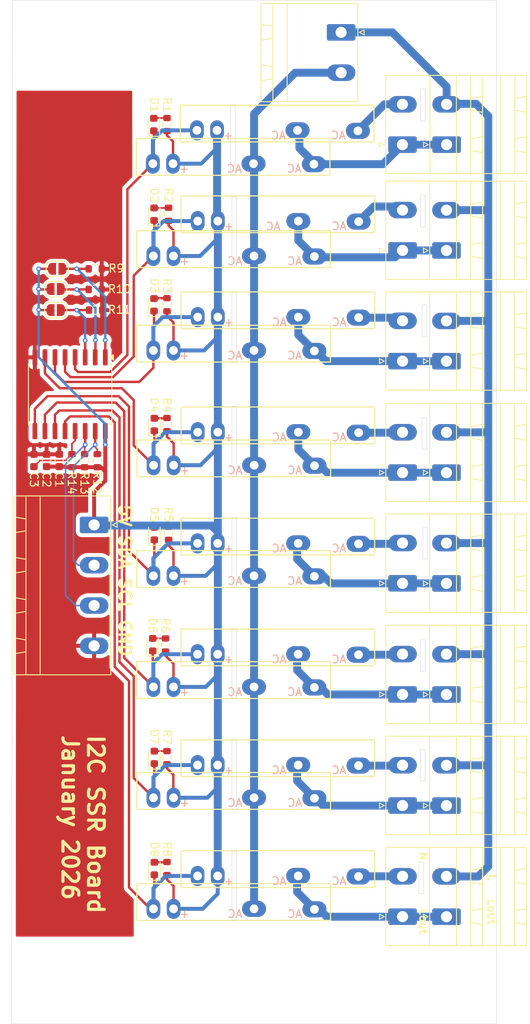
<source format=kicad_pcb>
(kicad_pcb (version 20241229) (generator "pcbnew") (generator_version "9.0")
  (layers (0 "F.Cu" signal) (2 "B.Cu" signal) (13 "F.Paste" user) (15 "B.Paste" user) (5 "F.SilkS" user "F.Silkscreen") (7 "B.SilkS" user "B.Silkscreen") (1 "F.Mask" user) (3 "B.Mask" user) (25 "Edge.Cuts" user))
  (net 0 "")
  (net 1 "Net-(J1-Pin_1)")
  (net 2 "Net-(J1-Pin_2)")
  (net 3 "A1")
  (net 4 "A2")
  (net 5 "A0")
  (net 6 "Net-(J3-Pin_1)")
  (net 7 "Net-(J3-Pin_2)")
  (net 8 "Net-(J5-Pin_2)")
  (net 9 "Net-(J5-Pin_1)")
  (net 10 "Net-(J10-Pin_1)")
  (net 11 "Net-(J7-Pin_2)")
  (net 12 "Net-(J7-Pin_1)")
  (net 13 "Net-(J9-Pin_2)")
  (net 14 "Net-(J11-Pin_1)")
  (net 15 "Net-(J11-Pin_2)")
  (net 16 "Net-(J13-Pin_2)")
  (net 17 "Lc")
  (net 18 "Gnd")
  (net 19 "Net-(D1-A)")
  (net 20 "Net-(D2-A)")
  (net 21 "Net-(D3-A)")
  (net 22 "Net-(D4-A)")
  (net 23 "Net-(D5-A)")
  (net 24 "Net-(D6-A)")
  (net 25 "Net-(D7-A)")
  (net 26 "Net-(D8-A)")
  (net 27 "5V")
  (net 28 "SDA")
  (net 29 "SCL")
  (net 30 "out1")
  (net 31 "out2")
  (net 32 "out3")
  (net 33 "out4")
  (net 34 "out5")
  (net 35 "out6")
  (net 36 "out7")
  (net 37 "out8")
  (net 38 "N")
  (net 39 "Net-(IC1-~{INT})")
  (net 40 "Net-(J13-Pin_1)")
  (net 41 "Net-(J15-Pin_2)")
  (net 42 "Net-(J15-Pin_1)")
  (footprint "Resistor_SMD:R_0603_1608Metric" (layer "F.Cu") (at 129.0104 147.4426 90)
    (property "Reference" "R8")
    (property "Value" "470" (hide yes))
  )
  (footprint "Capacitor_SMD:C_0603_1608Metric" (layer "F.Cu") (at 112.2104 96.0176 90)
    (property "Reference" "C3")
    (property "Value" "100pF" (hide yes))
  )
  (footprint "MountingHole:MountingHole_3.2mm_M3" (layer "F.Cu") (at 165.6104 161.8176)
    (property "Reference" "H4" (hide yes))
    (property "Value" "MountingHole" (hide yes))
  )
  (footprint "LED_SMD:LED_0603_1608Metric" (layer "F.Cu") (at 127.348 53.68675 90)
    (property "Reference" "D1")
    (property "Value" "LED" (hide yes))
  )
  (footprint "Library:G3MB-202P" (layer "F.Cu") (at 137.7775 152.5176 180)
    (property "Reference" "U8b1" (hide yes))
    (property "Value" "S102S02" (hide yes))
  )
  (footprint "Resistor_SMD:R_0603_1608Metric" (layer "F.Cu") (at 120.2104 96.0426 90)
    (property "Reference" "R12")
    (property "Value" "10k" (hide yes))
  )
  (footprint "Connector_Phoenix_MSTB:PhoenixContact_MSTBA_2,5_2-G-5,08_1x02_P5.08mm_Horizontal" (layer "F.Cu") (at 158.7304 56.2176 90)
    (property "Reference" "J1" (hide yes))
    (property "Value" "Conn_01x02_Pin" (hide yes))
  )
  (footprint "Library:G3MB-202P" (layer "F.Cu") (at 143.3479 148.3741 180)
    (property "Reference" "U8" (hide yes))
    (property "Value" "S102S02" (hide yes))
  )
  (footprint "Resistor_SMD:R_0603_1608Metric" (layer "F.Cu") (at 129.2104 105.1926 90)
    (property "Reference" "R5")
    (property "Value" "470" (hide yes))
  )
  (footprint "Capacitor_SMD:C_0603_1608Metric" (layer "F.Cu") (at 115.4104 96.0176 90)
    (property "Reference" "C1")
    (property "Value" "100nF" (hide yes))
  )
  (footprint "Connector_Phoenix_MSTB:PhoenixContact_MSTBA_2,5_2-G-5,08_1x02_P5.08mm_Horizontal" (layer "F.Cu") (at 164.2872 153.5106 90)
    (property "Reference" "J16" (hide yes))
    (property "Value" "Conn_01x02_Pin" (hide yes))
  )
  (footprint "Resistor_SMD:R_0603_1608Metric" (layer "F.Cu") (at 120.0004 77.0676)
    (property "Reference" "R11")
    (property "Value" "10k" (hide yes))
  )
  (footprint "Library:G3MB-202P" (layer "F.Cu") (at 137.7775 138.5176 180)
    (property "Reference" "U7b1" (hide yes))
    (property "Value" "S102S02" (hide yes))
  )
  (footprint "Library:G3MB-202P" (layer "F.Cu") (at 137.7879 96.6176 180)
    (property "Reference" "U4b1" (hide yes))
    (property "Value" "S102S02" (hide yes))
  )
  (footprint "Jumper:SolderJumper-2_P1.3mm_Open_RoundedPad1.0x1.5mm" (layer "F.Cu") (at 115.157495 71.8676 180)
    (property "Reference" "JP1" (hide yes))
    (property "Value" "SolderJumper_2_Open" (hide yes))
  )
  (footprint "Connector_Phoenix_MSTB:PhoenixContact_MSTBA_2,5_4-G-5,08_1x04_P5.08mm_Horizontal" (layer "F.Cu") (at 119.8104 104.1376 -90)
    (property "Reference" "J19" (hide yes))
    (property "Value" "Conn_01x04_Socket")
  )
  (footprint "Library:G3MB-202P" (layer "F.Cu") (at 137.7079 58.6176 180)
    (property "Reference" "U1b1" (hide yes))
    (property "Value" "S102S02" (hide yes))
  )
  (footprint "Library:G3MB-202P" (layer "F.Cu") (at 143.3479 120.4341 180)
    (property "Reference" "U6" (hide yes))
    (property "Value" "S102S02" (hide yes))
  )
  (footprint "LED_SMD:LED_0603_1608Metric" (layer "F.Cu") (at 127.3708 76.4075 90)
    (property "Reference" "D3")
    (property "Value" "LED" (hide yes))
  )
  (footprint "Connector_Phoenix_MSTB:PhoenixContact_MSTBA_2,5_2-G-5,08_1x02_P5.08mm_Horizontal" (layer "F.Cu") (at 164.2872 139.5106 90)
    (property "Reference" "J14" (hide yes))
    (property "Value" "Conn_01x02_Pin" (hide yes))
  )
  (footprint "Connector_Phoenix_MSTB:PhoenixContact_MSTBA_2,5_2-G-5,08_1x02_P5.08mm_Horizontal" (layer "F.Cu") (at 158.744545 83.5 90)
    (property "Reference" "J5" (hide yes))
    (property "Value" "Conn_01x02_Pin" (hide yes))
  )
  (footprint "Library:G3MB-202P" (layer "F.Cu") (at 143.3479 106.4641 180)
    (property "Reference" "U5" (hide yes))
    (property "Value" "S102S02" (hide yes))
  )
  (footprint "Connector_Phoenix_MSTB:PhoenixContact_MSTBA_2,5_2-G-5,08_1x02_P5.08mm_Horizontal" (layer "F.Cu") (at 164.2872 111.5106 90)
    (property "Reference" "J10" (hide yes))
    (property "Value" "Conn_01x02_Pin" (hide yes))
  )
  (footprint "Connector_Phoenix_MSTB:PhoenixContact_MSTBA_2,5_2-G-5,08_1x02_P5.08mm_Horizontal" (layer "F.Cu") (at 158.744545 97.545 90)
    (property "Reference" "J7" (hide yes))
    (property "Value" "Conn_01x02_Pin" (hide yes))
  )
  (footprint "Resistor_SMD:R_0603_1608Metric" (layer "F.Cu") (at 129.2104 64.99675 90)
    (property "Reference" "R2")
    (property "Value" "470" (hide yes))
  )
  (footprint "Connector_Phoenix_MSTB:PhoenixContact_MSTBA_2,5_2-G-5,08_1x02_P5.08mm_Horizontal" (layer "F.Cu") (at 158.744545 153.5 90)
    (property "Reference" "J15" (hide yes))
    (property "Value" "Conn_01x02_Pin" (hide yes))
  )
  (footprint "Jumper:SolderJumper-2_P1.3mm_Open_RoundedPad1.0x1.5mm" (layer "F.Cu") (at 114.9604 74.4176 180)
    (property "Reference" "JP2" (hide yes))
    (property "Value" "SolderJumper_2_Open" (hide yes))
  )
  (footprint "Connector_Phoenix_MSTB:PhoenixContact_MSTBA_2,5_2-G-5,08_1x02_P5.08mm_Horizontal" (layer "F.Cu") (at 158.744545 69.545 90)
    (property "Reference" "J3" (hide yes))
    (property "Value" "Conn_01x02_Pin" (hide yes))
  )
  (footprint "Connector_Phoenix_MSTB:PhoenixContact_MSTBA_2,5_2-G-5,08_1x02_P5.08mm_Horizontal" (layer "F.Cu") (at 164.2872 125.5106 90)
    (property "Reference" "J12" (hide yes))
    (property "Value" "Conn_01x02_Pin" (hide yes))
  )
  (footprint "Connector_Phoenix_MSTB:PhoenixContact_MSTBA_2,5_2-G-5,08_1x02_P5.08mm_Horizontal" (layer "F.Cu") (at 158.744545 139.5 90)
    (property "Reference" "J13" (hide yes))
    (property "Value" "Conn_01x02_Pin" (hide yes))
  )
  (footprint "LED_SMD:LED_0603_1608Metric" (layer "F.Cu") (at 127.2104 119.2301 90)
    (property "Reference" "D6")
    (property "Value" "LED" (hide yes))
  )
  (footprint "LED_SMD:LED_0603_1608Metric" (layer "F.Cu") (at 127.4104 105.2301 90)
    (property "Reference" "D5")
    (property "Value" "LED" (hide yes))
  )
  (footprint "Connector_Phoenix_MSTB:PhoenixContact_MSTBA_2,5_2-G-5,08_1x02_P5.08mm_Horizontal" (layer "F.Cu") (at 158.744545 111.5 90)
    (property "Reference" "J9" (hide yes))
    (property "Value" "Conn_01x02_Pin" (hide yes))
  )
  (footprint "Library:G3MB-202P" (layer "F.Cu") (at 137.7679 110.5541 180)
    (property "Reference" "U5b1" (hide yes))
    (property "Value" "S102S02" (hide yes))
  )
  (footprint "LED_SMD:LED_0603_1608Metric" (layer "F.Cu") (at 127.3816 64.98345 90)
    (property "Reference" "D2")
    (property "Value" "LED" (hide yes))
  )
  (footprint "Library:G3MB-202P" (layer "F.Cu") (at 143.3679 65.8541 180)
    (property "Reference" "U2" (hide yes))
    (property "Value" "S102S02" (hide yes))
  )
  (footprint "Connector_Phoenix_MSTB:PhoenixContact_MSTBA_2,5_2-G-5,08_1x02_P5.08mm_Horizontal" (layer "F.Cu") (at 164.2872 69.5556 90)
    (property "Reference" "J4" (hide yes))
    (property "Value" "Conn_01x02_Pin" (hide yes))
  )
  (footprint "Library:G3MB-202P" (layer "F.Cu") (at 137.7679 82.1541 180)
    (property "Reference" "U3b1" (hide yes))
    (property "Value" "S102S02" (hide yes))
  )
  (footprint "Jumper:SolderJumper-2_P1.3mm_Open_RoundedPad1.0x1.5mm" (layer "F.Cu") (at 114.9604 77.0676 180)
    (property "Reference" "JP3" (hide yes))
    (property "Value" "SolderJumper_2_Open" (hide yes))
  )
  (footprint "Resistor_SMD:R_0603_1608Metric" (layer "F.Cu") (at 119.9504 71.8676)
    (property "Reference" "R9")
    (property "Value" "10k" (hide yes))
  )
  (footprint "Resistor_SMD:R_0603_1608Metric" (layer "F.Cu") (at 118.6104 96.0426 90)
    (property "Reference" "R13")
    (property "Value" "10k" (hide yes))
  )
  (footprint "Library:G3MB-202P" (layer "F.Cu") (at 143.3679 77.9541 180)
    (property "Reference" "U3" (hide yes))
    (property "Value" "S102S02" (hide yes))
  )
  (footprint "Resistor_SMD:R_0603_1608Metric" (layer "F.Cu") (at 129.0104 53.69205 90)
    (property "Reference" "R1")
    (property "Value" "470" (hide yes))
  )
  (footprint "Library:G3MB-202P" (layer "F.Cu") (at 137.7679 124.5541 180)
    (property "Reference" "U6b1" (hide yes))
    (property "Value" "S102S02" (hide yes))
  )
  (footprint "Library:G3MB-202P" (layer "F.Cu") (at 143.2679 54.4176 180)
    (property "Reference" "U1" (hide yes))
    (property "Value" "S102S02" (hide yes))
  )
  (footprint "Resistor_SMD:R_0603_1608Metric" (layer "F.Cu") (at 129.0104 76.3926 90)
    (property "Reference" "R3")
    (property "Value" "470" (hide yes))
  )
  (footprint "MountingHole:MountingHole_3.2mm_M3" (layer "F.Cu") (at 165.6104 42.0176)
    (property "Reference" "H3" (hide yes))
    (property "Value" "MountingHole" (hide yes))
  )
  (footprint "LED_SMD:LED_0603_1608Metric" (layer "F.Cu") (at 127.4104 133.4301 90)
    (property "Reference" "D7")
    (property "Value" "LED" (hide yes))
  )
  (footprint "Library:G3MB-202P" (layer "F.Cu") (at 143.3679 92.4541 180)
    (property "Reference" "U4" (hide yes))
    (property "Value" "S102S02" (hide yes))
  )
  (footprint "Library:G3MB-202P" (layer "F.Cu") (at 143.3479 134.4041 180)
    (property "Reference" "U7" (hide yes))
    (property "Value" "S102S02" (hide yes))
  )
  (footprint "Resistor_SMD:R_0603_1608Metric" (layer "F.Cu") (at 117.0104 96.0426 90)
    (property "Reference" "R14")
    (property "Value" "10k" (hide yes))
  )
  (footprint "Resistor_SMD:R_0603_1608Metric" (layer "F.Cu") (at 119.9504 74.4676)
    (property "Reference" "R10")
    (property "Value" "10k" (hide yes))
  )
  (footprint "Resistor_SMD:R_0603_1608Metric" (layer "F.Cu") (at 129.0104 133.4676 90)
    (property "Reference" "R7")
    (property "Value" "470" (hide yes))
  )
  (footprint "MountingHole:MountingHole_3.2mm_M3" (layer "F.Cu") (at 114.3304 161.8176)
    (property "Reference" "H2" (hide yes))
    (property "Value" "MountingHole" (hide yes))
  )
  (footprint "Connector_Phoenix_MSTB:PhoenixContact_MSTBA_2,5_2-G-5,08_1x02_P5.08mm_Horizontal" (layer "F.Cu") (at 164.3104 56.2176 90)
    (property "Reference" "J2" (hide yes))
    (property "Value" "Conn_01x02_Pin" (hide yes))
  )
  (footprint "Capacitor_SMD:C_0603_1608Metric" (layer "F.Cu") (at 113.8104 96.0176 90)
    (property "Reference" "C2")
    (property "Value" "1uF" (hide yes))
  )
  (footprint "Resistor_SMD:R_0603_1608Metric" (layer "F.Cu") (at 129.0104 91.4926 90)
    (property "Reference" "R4")
    (property "Value" "470" (hide yes))
  )
  (footprint "Package_SO:SOIC-16W_7.5x10.3mm_P1.27mm" (layer "F.Cu") (at 116.7754 87.6676 -90)
    (property "Reference" "IC1" (hide yes))
    (property "Value" "PCF8574T" (hide yes))
  )
  (footprint "LED_SMD:LED_0603_1608Metric" (layer "F.Cu") (at 127.4104 91.4926 90)
    (property "Reference" "D4")
    (property "Value" "LED" (hide yes))
  )
  (footprint "MountingHole:MountingHole_3.2mm_M3" (layer "F.Cu") (at 114.3304 42.0176)
    (property "Reference" "H1" (hide yes))
    (property "Value" "MountingHole" (hide yes))
  )
  (footprint "Connector_Phoenix_MSTB:PhoenixContact_MSTBA_2,5_2-G-5,08_1x02_P5.08mm_Horizontal" (layer "F.Cu") (at 164.2872 97.5556 90)
    (property "Reference" "J8" (hide yes))
    (property "Value" "Conn_01x02_Pin" (hide yes))
  )
  (footprint "LED_SMD:LED_0603_1608Metric" (layer "F.Cu") (at 127.4104 147.4426 90)
    (property "Reference" "D8")
    (property "Value" "LED" (hide yes))
  )
  (footprint "Connector_Phoenix_MSTB:PhoenixContact_MSTBA_2,5_2-G-5,08_1x02_P5.08mm_Horizontal" (layer "F.Cu") (at 150.9879 42.0726 -90)
    (property "Reference" "J17" (hide yes))
    (property "Value" "Conn_01x02_Pin" (hide yes))
  )
  (footprint "Resistor_SMD:R_0603_1608Metric" (layer "F.Cu") (at 128.826 119.2705 90)
    (property "Reference" "R6")
    (property "Value" "470" (hide yes))
  )
  (footprint "Library:G3MB-202P" (layer "F.Cu") (at 137.7679 70.2541 180)
    (property "Reference" "U2b1" (hide yes))
    (property "Value" "S102S02" (hide yes))
  )
  (footprint "Connector_Phoenix_MSTB:PhoenixContact_MSTBA_2,5_2-G-5,08_1x02_P5.08mm_Horizontal" (layer "F.Cu") (at 164.2872 83.5106 90)
    (property "Reference" "J6" (hide yes))
    (property "Value" "Conn_01x02_Pin" (hide yes))
  )
  (footprint "Connector_Phoenix_MSTB:PhoenixContact_MSTBA_2,5_2-G-5,08_1x02_P5.08mm_Horizontal" (layer "F.Cu") (at 158.744545 125.5 90)
    (property "Reference" "J11" (hide yes))
    (property "Value" "Conn_01x02_Pin" (hide yes))
  )
  (gr_line (start 137.2104 140.0176) (end 137.2104 135.8176) (stroke (width 0.05)) (layer "Edge.Cuts"))
  (gr_line (start 137.6104 60.0176) (end 137.0104 60.0176) (stroke (width 0.05)) (layer "Edge.Cuts"))
  (gr_line (start 137.2104 79.4176) (end 137.2104 74.8176) (stroke (width 0.05)) (layer "Edge.Cuts"))
  (gr_line (start 137.8104 71.6176) (end 137.2104 71.6176) (stroke (width 0.05)) (layer "Edge.Cuts"))
  (gr_line (start 137.8104 126.0176) (end 137.2104 126.0176) (stroke (width 0.05)) (layer "Edge.Cuts"))
  (gr_line (start 137.2104 112.0176) (end 137.2104 107.8176) (stroke (width 0.05)) (layer "Edge.Cuts"))
  (gr_rect (start 161.2104 90.6176) (end 161.8104 94.6176) (stroke (width 0.05)) (fill no) (layer "Edge.Cuts"))
  (gr_line (start 137.8104 131.1991) (end 137.8104 140.0176) (stroke (width 0.05)) (layer "Edge.Cuts"))
  (gr_line (start 137.2104 103.2176) (end 137.8104 103.1991) (stroke (width 0.05)) (layer "Edge.Cuts"))
  (gr_line (start 137.2104 149.8176) (end 137.2104 145.2176) (stroke (width 0.05)) (layer "Edge.Cuts"))
  (gr_rect (start 161.0104 49.2176) (end 161.6104 53.2176) (stroke (width 0.05)) (fill no) (layer "Edge.Cuts"))
  (gr_line (start 109.5304 38.0176) (end 170.6104 38.0176) (stroke (width 0.05)) (layer "Edge.Cuts"))
  (gr_line (start 137.8104 103.1991) (end 137.8104 112.0176) (stroke (width 0.05)) (layer "Edge.Cuts"))
  (gr_line (start 137.2104 62.8176) (end 137.8104 62.7991) (stroke (width 0.05)) (layer "Edge.Cuts"))
  (gr_rect (start 161.0104 132.4176) (end 161.6104 136.4176) (stroke (width 0.05)) (fill no) (layer "Edge.Cuts"))
  (gr_rect (start 161.0104 118.6176) (end 161.6104 122.6176) (stroke (width 0.05)) (fill no) (layer "Edge.Cuts"))
  (gr_line (start 170.6104 38.0176) (end 170.6104 167.0176) (stroke (width 0.05)) (layer "Edge.Cuts"))
  (gr_line (start 137.2104 145.2176) (end 137.8104 145.2176) (stroke (width 0.05)) (layer "Edge.Cuts"))
  (gr_line (start 137.2104 83.6176) (end 137.2104 79.4176) (stroke (width 0.05)) (layer "Edge.Cuts"))
  (gr_rect (start 161.3104 104.4176) (end 161.9104 108.4176) (stroke (width 0.05)) (fill no) (layer "Edge.Cuts"))
  (gr_line (start 137.8104 112.0176) (end 137.2104 112.0176) (stroke (width 0.05)) (layer "Edge.Cuts"))
  (gr_line (start 137.2104 98.0176) (end 137.2104 93.8176) (stroke (width 0.05)) (layer "Edge.Cuts"))
  (gr_line (start 137.8104 98.0176) (end 137.2104 98.0176) (stroke (width 0.05)) (layer "Edge.Cuts"))
  (gr_line (start 137.2104 71.6176) (end 137.2104 67.4176) (stroke (width 0.05)) (layer "Edge.Cuts"))
  (gr_line (start 137.8104 140.0176) (end 137.2104 140.0176) (stroke (width 0.05)) (layer "Edge.Cuts"))
  (gr_line (start 109.4104 167.0176) (end 109.5304 38.0176) (stroke (width 0.05)) (layer "Edge.Cuts"))
  (gr_line (start 137.2104 74.8176) (end 137.8104 74.7991) (stroke (width 0.05)) (layer "Edge.Cuts"))
  (gr_line (start 137.2104 135.8176) (end 137.2104 131.2176) (stroke (width 0.05)) (layer "Edge.Cuts"))
  (gr_line (start 137.8104 83.6176) (end 137.2104 83.6176) (stroke (width 0.05)) (layer "Edge.Cuts"))
  (gr_line (start 137.8104 89.1991) (end 137.8104 98.0176) (stroke (width 0.05)) (layer "Edge.Cuts"))
  (gr_line (start 137.2104 121.8176) (end 137.2104 117.2176) (stroke (width 0.05)) (layer "Edge.Cuts"))
  (gr_line (start 137.2104 89.2176) (end 137.8104 89.1991) (stroke (width 0.05)) (layer "Edge.Cuts"))
  (gr_line (start 137.0104 55.8176) (end 137.0104 51.2176) (stroke (width 0.05)) (layer "Edge.Cuts"))
  (gr_line (start 137.0104 51.2176) (end 137.6104 51.1991) (stroke (width 0.05)) (layer "Edge.Cuts"))
  (gr_line (start 137.2104 131.2176) (end 137.8104 131.1991) (stroke (width 0.05)) (layer "Edge.Cuts"))
  (gr_line (start 137.8104 62.7991) (end 137.8104 71.6176) (stroke (width 0.05)) (layer "Edge.Cuts"))
  (gr_line (start 137.2104 67.4176) (end 137.2104 62.8176) (stroke (width 0.05)) (layer "Edge.Cuts"))
  (gr_line (start 170.6104 167.0176) (end 109.4104 167.0176) (stroke (width 0.05)) (layer "Edge.Cuts"))
  (gr_rect (start 161.2104 76.4176) (end 161.8104 80.4176) (stroke (width 0.05)) (fill no) (layer "Edge.Cuts"))
  (gr_line (start 137.2104 126.0176) (end 137.2104 121.8176) (stroke (width 0.05)) (layer "Edge.Cuts"))
  (gr_line (start 137.2104 107.8176) (end 137.2104 103.2176) (stroke (width 0.05)) (layer "Edge.Cuts"))
  (gr_line (start 137.8104 74.7991) (end 137.8104 83.6176) (stroke (width 0.05)) (layer "Edge.Cuts"))
  (gr_line (start 137.8104 145.1991) (end 137.8104 154.0176) (stroke (width 0.05)) (layer "Edge.Cuts"))
  (gr_line (start 137.0104 60.0176) (end 137.0104 55.8176) (stroke (width 0.05)) (layer "Edge.Cuts"))
  (gr_rect (start 160.8104 146.6176) (end 161.4104 150.6176) (stroke (width 0.05)) (fill no) (layer "Edge.Cuts"))
  (gr_line (start 137.2104 93.8176) (end 137.2104 89.2176) (stroke (width 0.05)) (layer "Edge.Cuts"))
  (gr_line (start 137.8104 117.1991) (end 137.8104 126.0176) (stroke (width 0.05)) (layer "Edge.Cuts"))
  (gr_line (start 137.6104 51.1991) (end 137.6104 60.0176) (stroke (width 0.05)) (layer "Edge.Cuts"))
  (gr_line (start 137.2104 117.2176) (end 137.8104 117.1991) (stroke (width 0.05)) (layer "Edge.Cuts"))
  (gr_line (start 137.8104 154.0176) (end 137.2104 154.0176) (stroke (width 0.05)) (layer "Edge.Cuts"))
  (gr_line (start 137.2104 154.0176) (end 137.2104 149.8176) (stroke (width 0.05)) (layer "Edge.Cuts"))
  (gr_rect (start 161.0104 62.6176) (end 161.6104 66.6176) (stroke (width 0.05)) (fill no) (layer "Edge.Cuts"))
  (gr_text "L   Lout" (at 169.4104 148.0176 270) (layer "F.SilkS") (effects (font (size 1 1) (thickness 0.2) (bold yes)) (justify left bottom)))
  (gr_text "I2C SSR Board\nJanuary 2026" (at 115.6104 130.4176 270) (layer "F.SilkS") (effects (font (size 2 2) (thickness 0.4) (bold yes)) (justify left bottom)))
  (gr_text "N        Lout" (at 160.8104 145.2176 270) (layer "F.SilkS") (effects (font (size 1 1) (thickness 0.2) (bold yes)) (justify left bottom)))
  (gr_text "5V SDA SCL GND" (at 122.8104 101.4176 270) (layer "F.SilkS") (effects (font (size 1.5 1.5) (thickness 0.3) (bold yes)) (justify left bottom)))
  (segment (start 147.7504 58.6811) (end 156.2669 58.6811) (width 1) (layer "B.Cu") (net 1))
  (segment (start 145.7304 56.6611) (end 147.7504 58.6811) (width 1) (layer "B.Cu") (net 1))
  (segment (start 158.7304 56.2176) (end 164.4104 56.2176) (width 1) (layer "B.Cu") (net 1))
  (segment (start 145.7304 54.4176) (end 145.7304 56.6611) (width 1) (layer "B.Cu") (net 1))
  (segment (start 156.2669 58.6811) (end 158.7304 56.2176) (width 1) (layer "B.Cu") (net 1))
  (segment (start 156.4539 51.1376) (end 158.7304 51.1376) (width 1) (layer "B.Cu") (net 2))
  (segment (start 153.1104 54.4811) (end 156.4539 51.1376) (width 1) (layer "B.Cu") (net 2))
  (segment (start 119.9754 80.8676) (end 119.9754 82.9926) (width 0.3) (layer "F.Cu") (net 3))
  (segment (start 115.807495 74.4676) (end 119.1254 74.4676) (width 0.3) (layer "F.Cu") (net 3))
  (segment (start 119.9754 82.9926) (end 119.9504 83.0176) (width 0.3) (layer "F.Cu") (net 3))
  (via (at 119.9754 80.8676) (size 0.6) (drill 0.3) (layers "F.Cu" "B.Cu") (net 3))
  (via (at 117.607495 74.4676) (size 0.6) (drill 0.3) (layers "F.Cu" "B.Cu") (net 3))
  (segment (start 117.6604 74.4676) (end 119.9754 76.7826) (width 0.3) (layer "B.Cu") (net 3))
  (segment (start 117.607495 74.4676) (end 117.6604 74.4676) (width 0.3) (layer "B.Cu") (net 3))
  (segment (start 119.9754 76.7826) (end 119.9754 80.8676) (width 0.3) (layer "B.Cu") (net 3))
  (segment (start 117.6104 77.0676) (end 119.1754 77.0676) (width 0.3) (layer "F.Cu") (net 4))
  (segment (start 118.6804 83.0176) (end 118.6804 80.8876) (width 0.3) (layer "F.Cu") (net 4))
  (segment (start 115.807495 77.0676) (end 117.6104 77.0676) (width 0.3) (layer "F.Cu") (net 4))
  (via (at 118.6804 80.8876) (size 0.6) (drill 0.3) (layers "F.Cu" "B.Cu") (net 4))
  (via (at 117.6104 77.0676) (size 0.6) (drill 0.3) (layers "F.Cu" "B.Cu") (net 4))
  (segment (start 117.6604 77.0676) (end 118.6804 78.0876) (width 0.3) (layer "B.Cu") (net 4))
  (segment (start 118.6804 78.0876) (end 118.6804 80.8876) (width 0.3) (layer "B.Cu") (net 4))
  (segment (start 117.6104 77.0676) (end 117.6604 77.0676) (width 0.3) (layer "B.Cu") (net 4))
  (segment (start 115.807495 71.8676) (end 119.1254 71.8676) (width 0.3) (layer "F.Cu") (net 5))
  (segment (start 121.2204 80.8676) (end 121.2204 83.0176) (width 0.3) (layer "F.Cu") (net 5))
  (via (at 121.2204 80.8676) (size 0.6) (drill 0.3) (layers "F.Cu" "B.Cu") (net 5))
  (via (at 117.607495 71.8676) (size 0.6) (drill 0.3) (layers "F.Cu" "B.Cu") (net 5))
  (segment (start 117.6604 71.8676) (end 121.2204 75.4276) (width 0.3) (layer "B.Cu") (net 5))
  (segment (start 121.2204 75.4276) (end 121.2204 80.8676) (width 0.3) (layer "B.Cu") (net 5))
  (segment (start 117.607495 71.8676) (end 117.6604 71.8676) (width 0.3) (layer "B.Cu") (net 5))
  (segment (start 147.7104 70.4176) (end 157.8104 70.4176) (width 1) (layer "B.Cu") (net 6))
  (segment (start 157.8104 70.4176) (end 158.6724 69.5556) (width 1) (layer "B.Cu") (net 6))
  (segment (start 145.5904 68.2976) (end 147.6104 70.3176) (width 1) (layer "B.Cu") (net 6))
  (segment (start 145.5904 65.8541) (end 145.5904 68.2976) (width 1) (layer "B.Cu") (net 6))
  (segment (start 158.6724 69.5556) (end 164.2872 69.5556) (width 1) (layer "B.Cu") (net 6))
  (segment (start 147.6104 70.3176) (end 147.7104 70.4176) (width 1) (layer "B.Cu") (net 6))
  (segment (start 158.297145 64.0176) (end 158.744545 64.465) (width 1) (layer "B.Cu") (net 7))
  (segment (start 155.1104 64.0176) (end 158.297145 64.0176) (width 1) (layer "B.Cu") (net 7))
  (segment (start 153.2104 65.9176) (end 155.1104 64.0176) (width 1) (layer "B.Cu") (net 7))
  (segment (start 158.342145 78.0176) (end 158.744545 78.42) (width 1) (layer "B.Cu") (net 8))
  (segment (start 153.2104 78.0176) (end 158.342145 78.0176) (width 1) (layer "B.Cu") (net 8))
  (segment (start 158.755145 83.5106) (end 158.744545 83.5) (width 1) (layer "B.Cu") (net 9))
  (segment (start 147.8104 82.2176) (end 149.0928 83.5) (width 1) (layer "B.Cu") (net 9))
  (segment (start 147.6104 82.2176) (end 147.8104 82.2176) (width 1) (layer "B.Cu") (net 9))
  (segment (start 145.5904 77.9541) (end 145.5904 80.1976) (width 1) (layer "B.Cu") (net 9))
  (segment (start 164.2872 83.5106) (end 158.755145 83.5106) (width 1) (layer "B.Cu") (net 9))
  (segment (start 149.0928 83.5) (end 158.744545 83.5) (width 1) (layer "B.Cu") (net 9))
  (segment (start 145.5904 80.1976) (end 147.6104 82.2176) (width 1) (layer "B.Cu") (net 9))
  (segment (start 149.7034 111.5106) (end 164.2872 111.5106) (width 1) (layer "B.Cu") (net 10))
  (segment (start 145.4404 106.4641) (end 145.4404 108.4476) (width 1) (layer "B.Cu") (net 10))
  (segment (start 148.8104 110.6176) (end 149.7034 111.5106) (width 1) (layer "B.Cu") (net 10))
  (segment (start 145.4404 108.4476) (end 147.6104 110.6176) (width 1) (layer "B.Cu") (net 10))
  (segment (start 147.6104 110.6176) (end 148.8104 110.6176) (width 1) (layer "B.Cu") (net 10))
  (segment (start 158.691945 92.5176) (end 158.744545 92.465) (width 1) (layer "B.Cu") (net 11))
  (segment (start 153.2104 92.5176) (end 158.691945 92.5176) (width 1) (layer "B.Cu") (net 11))
  (segment (start 147.6304 96.6811) (end 148.3469 96.6811) (width 1) (layer "B.Cu") (net 12))
  (segment (start 148.3469 96.6811) (end 149.2214 97.5556) (width 1) (layer "B.Cu") (net 12))
  (segment (start 145.5904 92.4541) (end 145.5904 94.6411) (width 1) (layer "B.Cu") (net 12))
  (segment (start 145.5904 94.6411) (end 147.6304 96.6811) (width 1) (layer "B.Cu") (net 12))
  (segment (start 149.2214 97.5556) (end 164.2872 97.5556) (width 1) (layer "B.Cu") (net 12))
  (segment (start 158.636945 106.5276) (end 158.744545 106.42) (width 1) (layer "B.Cu") (net 13))
  (segment (start 153.0604 106.5276) (end 158.636945 106.5276) (width 1) (layer "B.Cu") (net 13))
  (segment (start 149.3034 125.5106) (end 164.2872 125.5106) (width 1) (layer "B.Cu") (net 14))
  (segment (start 148.4104 124.6176) (end 149.3034 125.5106) (width 1) (layer "B.Cu") (net 14))
  (segment (start 145.4404 120.4341) (end 145.4404 122.4476) (width 1) (layer "B.Cu") (net 14))
  (segment (start 145.4404 122.4476) (end 147.6104 124.6176) (width 1) (layer "B.Cu") (net 14))
  (segment (start 147.6104 124.6176) (end 148.4104 124.6176) (width 1) (layer "B.Cu") (net 14))
  (segment (start 153.0604 120.4976) (end 158.666945 120.4976) (width 1) (layer "B.Cu") (net 15))
  (segment (start 158.666945 120.4976) (end 158.744545 120.42) (width 1) (layer "B.Cu") (net 15))
  (segment (start 158.696945 134.4676) (end 158.744545 134.42) (width 1) (layer "B.Cu") (net 16))
  (segment (start 153.0604 134.4676) (end 158.696945 134.4676) (width 1) (layer "B.Cu") (net 16))
  (segment (start 140 52.348) (end 145.1954 47.1526) (width 1) (layer "B.Cu") (net 17))
  (segment (start 140 152) (end 140 52.348) (width 1) (layer "B.Cu") (net 17))
  (segment (start 145.1954 47.1526) (end 150.9879 47.1526) (width 1) (layer "B.Cu") (net 17))
  (segment (start 111.178305 95.4176) (end 111.178305 113.385505) (width 0.5) (layer "F.Cu") (net 18))
  (segment (start 112.3304 83.0176) (end 112.3304 87.5126) (width 0.5) (layer "F.Cu") (net 18))
  (segment (start 111.1754 88.6676) (end 111.178305 88.670505) (width 0.5) (layer "F.Cu") (net 18))
  (segment (start 120.8254 71.7176) (end 120.7754 71.6676) (width 0.5) (layer "F.Cu") (net 18))
  (segment (start 115.4104 95.2426) (end 111.353305 95.2426) (width 0.5) (layer "F.Cu") (net 18))
  (segment (start 111.353305 95.2426) (end 111.178305 95.4176) (width 0.5) (layer "F.Cu") (net 18))
  (segment (start 112.3304 87.5126) (end 111.1754 88.6676) (width 0.5) (layer "F.Cu") (net 18))
  (segment (start 111.178305 88.670505) (end 111.178305 95.4176) (width 0.5) (layer "F.Cu") (net 18))
  (segment (start 111.178305 113.385505) (end 117.1704 119.3776) (width 0.5) (layer "F.Cu") (net 18))
  (segment (start 117.1704 119.3776) (end 119.8104 119.3776) (width 0.5) (layer "F.Cu") (net 18))
  (segment (start 127.3802 52.86705) (end 127.348 52.89925) (width 0.2) (layer "F.Cu") (net 19))
  (segment (start 129.0104 52.86705) (end 127.3802 52.86705) (width 0.2) (layer "F.Cu") (net 19))
  (segment (start 127.3816 64.19595) (end 129.1862 64.19595) (width 0.2) (layer "F.Cu") (net 20))
  (segment (start 129.1862 64.19595) (end 129.2104 64.17175) (width 0.2) (layer "F.Cu") (net 20))
  (segment (start 127.4232 75.5676) (end 127.3708 75.62) (width 0.3) (layer "F.Cu") (net 21))
  (segment (start 129.0104 75.5676) (end 127.4232 75.5676) (width 0.3) (layer "F.Cu") (net 21))
  (segment (start 127.4104 90.7051) (end 128.9729 90.7051) (width 0.3) (layer "F.Cu") (net 22))
  (segment (start 128.9729 90.7051) (end 129.0104 90.6676) (width 0.3) (layer "F.Cu") (net 22))
  (segment (start 127.2326 104.3676) (end 129.0104 104.3676) (width 0.2) (layer "F.Cu") (net 23))
  (segment (start 128.8231 118.4426) (end 128.826 118.4455) (width 0.2) (layer "F.Cu") (net 24))
  (segment (start 127.2104 118.4426) (end 128.8231 118.4426) (width 0.2) (layer "F.Cu") (net 24))
  (segment (start 129.0104 132.6426) (end 127.4104 132.6426) (width 0.2) (layer "F.Cu") (net 25))
  (segment (start 128.9729 146.6551) (end 129.0104 146.6176) (width 0.3) (layer "F.Cu") (net 26))
  (segment (start 127.4104 146.6551) (end 128.9729 146.6551) (width 0.3) (layer "F.Cu") (net 26))
  (segment (start 129.7704 55.8176) (end 129.7704 58.6176) (width 0.3) (layer "F.Cu") (net 27))
  (segment (start 119.8104 99.979506) (end 121.2204 98.569505) (width 0.5) (layer "F.Cu") (net 27))
  (segment (start 116.2104 96.8676) (end 117.0104 96.8676) (width 0.5) (layer "F.Cu") (net 27))
  (segment (start 129.8504 93.8576) (end 129.0104 93.0176) (width 0.3) (layer "F.Cu") (net 27))
  (segment (start 121.2204 92.3176) (end 121.2204 94.0176) (width 0.5) (layer "F.Cu") (net 27))
  (segment (start 120.6704 96.8676) (end 121.2204 97.4176) (width 0.5) (layer "F.Cu") (net 27))
  (segment (start 112.8604 74.4676) (end 112.8104 74.4176) (width 0.3) (layer "F.Cu") (net 27))
  (segment (start 129.8304 110.5541) (end 129.8304 107.3376) (width 0.3) (layer "F.Cu") (net 27))
  (segment (start 116.1354 96.7926) (end 116.2104 96.8676) (width 0.5) (layer "F.Cu") (net 27))
  (segment (start 129.84 149.6472) (end 129.84 152.5176) (width 0.3) (layer "F.Cu") (net 27))
  (segment (start 129.0104 148.2676) (end 129.0104 148.8176) (width 0.3) (layer "F.Cu") (net 27))
  (segment (start 129.0104 148.8176) (end 129.84 149.6472) (width 0.3) (layer "F.Cu") (net 27))
  (segment (start 112.8604 77.0676) (end 114.507495 77.0676) (width 0.3) (layer "F.Cu") (net 27))
  (segment (start 129.0104 134.2926) (end 129.0104 134.8176) (width 0.3) (layer "F.Cu") (net 27))
  (segment (start 129.8304 82.1541) (end 129.8304 78.6376) (width 0.3) (layer "F.Cu") (net 27))
  (segment (start 129.2104 106.7176) (end 129.2104 106.0176) (width 0.3) (layer "F.Cu") (net 27))
  (segment (start 129.0104 54.51705) (end 129.0104 55.0576) (width 0.3) (layer "F.Cu") (net 27))
  (segment (start 129.8104 135.6176) (end 129.8104 138.488) (width 0.3) (layer "F.Cu") (net 27))
  (segment (start 129.8304 67.0376) (end 129.8304 70.2541) (width 0.3) (layer "F.Cu") (net 27))
  (segment (start 128.826 120.6332) (end 128.826 120.0955) (width 0.3) (layer "F.Cu") (net 27))
  (segment (start 129.2104 66.4176) (end 129.8304 67.0376) (width 0.3) (layer "F.Cu") (net 27))
  (segment (start 129.0104 77.8176) (end 129.0104 77.2176) (width 0.3) (layer "F.Cu") (net 27))
  (segment (start 114.507495 74.4676) (end 112.8604 74.4676) (width 0.3) (layer "F.Cu") (net 27))
  (segment (start 129.8304 121.6376) (end 128.826 120.6332) (width 0.3) (layer "F.Cu") (net 27))
  (segment (start 129.0104 93.0176) (end 129.0104 92.2176) (width 0.3) (layer "F.Cu") (net 27))
  (segment (start 129.8104 138.488) (end 129.84 138.5176) (width 0.3) (layer "F.Cu") (net 27))
  (segment (start 129.8304 78.6376) (end 129.0104 77.8176) (width 0.3) (layer "F.Cu") (net 27))
  (segment (start 120.2104 96.8676) (end 120.6704 96.8676) (width 0.5) (layer "F.Cu") (net 27))
  (segment (start 119.8104 103.0576) (end 119.8104 99.979506) (width 0.5) (layer "F.Cu") (net 27))
  (segment (start 129.0104 55.0576) (end 129.7704 55.8176) (width 0.3) (layer "F.Cu") (net 27))
  (segment (start 129.8304 107.3376) (end 129.2104 106.7176) (width 0.3) (layer "F.Cu") (net 27))
  (segment (start 112.8104 71.8676) (end 114.507495 71.8676) (width 0.3) (layer "F.Cu") (net 27))
  (segment (start 121.2204 98.569505) (end 121.2204 97.4176) (width 0.5) (layer "F.Cu") (net 27))
  (segment (start 112.8104 77.0176) (end 112.8604 77.0676) (width 0.3) (layer "F.Cu") (net 27))
  (segment (start 129.8304 124.5541) (end 129.8304 121.6376) (width 0.3) (layer "F.Cu") (net 27))
  (segment (start 129.2104 65.82175) (end 129.2104 66.21345) (width 0.3) (layer "F.Cu") (net 27))
  (segment (start 129.0104 134.8176) (end 129.8104 135.6176) (width 0.3) (layer "F.Cu") (net 27))
  (segment (start 121.2204 94.0176) (end 121.2204 97.4176) (width 0.5) (layer "F.Cu") (net 27))
  (segment (start 113.8104 96.7926) (end 116.1354 96.7926) (width 0.5) (layer "F.Cu") (net 27))
  (segment (start 129.2104 65.6176) (end 129.2104 66.4176) (width 0.3) (layer "F.Cu") (net 27))
  (segment (start 117.0104 96.8676) (end 120.2104 96.8676) (width 0.5) (layer "F.Cu") (net 27))
  (segment (start 129.8504 96.6176) (end 129.8504 93.8576) (width 0.3) (layer "F.Cu") (net 27))
  (via (at 121.2204 94.0176) (size 0.6) (drill 0.3) (layers "F.Cu" "B.Cu") (net 27))
  (via (at 112.8104 77.0176) (size 0.6) (drill 0.3) (layers "F.Cu" "B.Cu") (net 27))
  (via (at 112.8104 71.8676) (size 0.6) (drill 0.3) (layers "F.Cu" "B.Cu") (net 27))
  (via (at 112.8104 74.4176) (size 0.6) (drill 0.3) (layers "F.Cu" "B.Cu") (net 27))
  (segment (start 133.3304 58.6176) (end 135.3304 56.6176) (width 0.5) (layer "B.Cu") (net 27))
  (segment (start 133.5104 152.5176) (end 135.4104 150.6176) (width 0.5) (layer "B.Cu") (net 27))
  (segment (start 134.8104 104.2176) (end 134.8104 104.3981) (width 1) (layer "B.Cu") (net 27))
  (segment (start 135.2804 134.4041) (end 135.4304 134.2541) (width 1) (layer "B.Cu") (net 27))
  (segment (start 112.8104 83.0176) (end 112.8104 82.8176) (width 0.3) (layer "B.Cu") (net 27))
  (segment (start 135.4304 94.4176) (end 135.4304 80.4176) (width 1) (layer "B.Cu") (net 27))
  (segment (start 112.8104 71.8676) (end 112.8104 82.8176) (width 0.3) (layer "B.Cu") (net 27))
  (segment (start 129.8304 110.5541) (end 133.8939 110.5541) (width 0.5) (layer "B.Cu") (net 27))
  (segment (start 121.2204 91.4276) (end 112.8104 83.0176) (width 0.3) (layer "B.Cu") (net 27))
  (segment (start 129.7704 58.6176) (end 133.3304 58.6176) (width 0.5) (layer "B.Cu") (net 27))
  (segment (start 135.4104 148.2441) (end 135.4104 137.2176) (width 1) (layer "B.Cu") (net 27))
  (segment (start 129.8304 70.2541) (end 133.1939 70.2541) (width 0.5) (layer "B.Cu") (net 27))
  (segment (start 133.1939 70.2541) (end 135.4304 68.0176) (width 0.5) (layer "B.Cu") (net 27))
  (segment (start 135.4304 134.2541) (end 135.4304 128.4176) (width 1) (layer "B.Cu") (net 27))
  (segment (start 135.4104 150.6176) (end 135.4104 148.3741) (width 0.5) (layer "B.Cu") (net 27))
  (segment (start 134.1104 138.5176) (end 135.4104 137.2176) (width 0.5) (layer "B.Cu") (net 27))
  (segment (start 135.4104 137.2176) (end 135.4104 134.5341) (width 1) (layer "B.Cu") (net 27))
  (segment (start 135.4304 77.9541) (end 135.4304 68.0176) (width 1) (layer "B.Cu") (net 27))
  (segment (start 129.8504 96.6176) (end 133.2304 96.6176) (width 0.5) (layer "B.Cu") (net 27))
  (segment (start 133.8939 110.5541) (end 135.4304 109.0176) (width 0.5) (layer "B.Cu") (net 27))
  (segment (start 129.8304 82.1541) (end 133.6939 82.1541) (width 0.5) (layer "B.Cu") (net 27))
  (segment (start 133.2304 96.6176) (end 135.4304 94.4176) (width 0.5) (layer "B.Cu") (net 27))
  (segment (start 112.8104 82.8176) (end 112.8104 75.0176) (width 0.3) (layer "B.Cu") (net 27))
  (segment (start 135.4304 128.4176) (end 135.4304 123.0176) (width 1) (layer "B.Cu") (net 27))
  (segment (start 135.4304 65.3976) (end 135.3304 65.2976) (width 1) (layer "B.Cu") (net 27))
  (segment (start 135.4304 109.0176) (end 135.4304 94.4176) (width 1) (layer "B.Cu") (net 27))
  (segment (start 129.84 138.5176) (end 134.1104 138.5176) (width 0.5) (layer "B.Cu") (net 27))
  (segment (start 134.8104 104.3981) (end 135.4104 104.9981) (width 1) (layer "B.Cu") (net 27))
  (segment (start 129.84 152.5176) (end 133.5104 152.5176) (width 0.5) (layer "B.Cu") (net 27))
  (segment (start 135.4104 104.9981) (end 135.4104 106.4641) (width 1) (layer "B.Cu") (net 27))
  (segment (start 135.4304 65.8541) (end 135.4304 65.3976) (width 1) (layer "B.Cu") (net 27))
  (segment (start 135.4304 80.4176) (end 135.4304 77.9541) (width 1) (layer "B.Cu") (net 27))
  (segment (start 135.3304 65.2976) (end 135.3304 56.6176) (width 1) (layer "B.Cu") (net 27))
  (segment (start 121.2204 94.0176) (end 121.2204 91.4276) (width 0.3) (layer "B.Cu") (net 27))
  (segment (start 133.6939 82.1541) (end 135.4304 80.4176) (width 0.5) (layer "B.Cu") (net 27))
  (segment (start 119.8104 104.1376) (end 119.8904 104.2176) (width 1) (layer "B.Cu") (net 27))
  (segment (start 129.8304 124.5541) (end 133.8939 124.5541) (width 0.5) (layer "B.Cu") (net 27))
  (segment (start 135.4304 123.0176) (end 135.4304 109.0176) (width 1) (layer "B.Cu") (net 27))
  (segment (start 133.8939 124.5541) (end 135.4304 123.0176) (width 0.5) (layer "B.Cu") (net 27))
  (segment (start 135.4304 68.0176) (end 135.4304 65.8541) (width 1) (layer "B.Cu") (net 27))
  (segment (start 135.3304 56.6176) (end 135.3304 54.4176) (width 1) (layer "B.Cu") (net 27))
  (segment (start 119.8904 104.2176) (end 134.8104 104.2176) (width 1) (layer "B.Cu") (net 27))
  (segment (start 119.9504 94.3576) (end 120.2104 94.6176) (width 0.2) (layer "F.Cu") (net 28))
  (segment (start 119.9504 94.0176) (end 119.9504 92.3176) (width 0.3) (layer "F.Cu") (net 28))
  (segment (start 119.9504 94.0176) (end 119.9504 94.3576) (width 0.2) (layer "F.Cu") (net 28))
  (segment (start 120.2104 94.6176) (end 120.2104 95.2176) (width 0.2) (layer "F.Cu") (net 28))
  (via (at 119.9504 94.0176) (size 0.6) (drill 0.3) (layers "F.Cu" "B.Cu") (net 28))
  (segment (start 119.9504 94.0176) (end 117.2104 96.7576) (width 0.2) (layer "B.Cu") (net 28))
  (segment (start 117.2104 108.6176) (end 117.8104 109.2176) (width 0.2) (layer "B.Cu") (net 28))
  (segment (start 117.8104 109.2176) (end 119.8104 109.2176) (width 0.2) (layer "B.Cu") (net 28))
  (segment (start 117.2104 96.7576) (end 117.2104 108.6176) (width 0.2) (layer "B.Cu") (net 28))
  (segment (start 118.6804 94.0176) (end 118.6804 92.3176) (width 0.3) (layer "F.Cu") (net 29))
  (segment (start 118.6804 94.0176) (end 118.6804 94.3476) (width 0.2) (layer "F.Cu") (net 29))
  (segment (start 118.6804 94.3476) (end 118.6104 94.4176) (width 0.2) (layer "F.Cu") (net 29))
  (segment (start 118.6104 94.4176) (end 118.6104 95.2176) (width 0.2) (layer "F.Cu") (net 29))
  (via (at 118.6804 94.0176) (size 0.6) (drill 0.3) (layers "F.Cu" "B.Cu") (net 29))
  (segment (start 116.2104 113.0176) (end 117.4904 114.2976) (width 0.2) (layer "B.Cu") (net 29))
  (segment (start 116.2104 96.4876) (end 116.2104 113.0176) (width 0.2) (layer "B.Cu") (net 29))
  (segment (start 118.6804 94.0176) (end 116.2104 96.4876) (width 0.2) (layer "B.Cu") (net 29))
  (segment (start 117.4904 114.2976) (end 119.8104 114.2976) (width 0.2) (layer "B.Cu") (net 29))
  (segment (start 124.007495 61.840505) (end 127.2304 58.6176) (width 0.3) (layer "F.Cu") (net 30))
  (segment (start 124.007495 82.718599) (end 124.007495 61.840505) (width 0.3) (layer "F.Cu") (net 30))
  (segment (start 127.348 58.5) (end 127.2304 58.6176) (width 0.3) (layer "F.Cu") (net 30))
  (segment (start 127.348 54.47425) (end 127.348 58.5) (width 0.3) (layer "F.Cu") (net 30))
  (segment (start 117.4104 84.5026) (end 117.7754 84.8676) (width 0.3) (layer "F.Cu") (net 30))
  (segment (start 117.7754 84.8676) (end 121.858495 84.8676) (width 0.3) (layer "F.Cu") (net 30))
  (segment (start 117.4104 83.0176) (end 117.4104 84.5026) (width 0.3) (layer "F.Cu") (net 30))
  (segment (start 121.858495 84.8676) (end 124.007495 82.718599) (width 0.3) (layer "F.Cu") (net 30))
  (segment (start 127.2304 58.6176) (end 127.2304 55.5976) (width 0.5) (layer "B.Cu") (net 30))
  (segment (start 128.4104 54.4176) (end 132.7904 54.4176) (width 0.5) (layer "B.Cu") (net 30))
  (segment (start 127.2304 55.5976) (end 128.4104 54.4176) (width 0.5) (layer "B.Cu") (net 30))
  (segment (start 127.4104 70.1341) (end 127.2904 70.2541) (width 0.3) (layer "F.Cu") (net 31))
  (segment (start 127.2904 70.2541) (end 124.8104 72.7341) (width 0.3) (layer "F.Cu") (net 31))
  (segment (start 116.1404 84.8326) (end 116.1404 83.0176) (width 0.3) (layer "F.Cu") (net 31))
  (segment (start 122.207495 85.5186) (end 116.8264 85.5186) (width 0.3) (layer "F.Cu") (net 31))
  (segment (start 124.8104 82.915695) (end 122.207495 85.5186) (width 0.3) (layer "F.Cu") (net 31))
  (segment (start 116.8264 85.5186) (end 116.1404 84.8326) (width 0.3) (layer "F.Cu") (net 31))
  (segment (start 127.4104 65.79975) (end 127.4104 70.1341) (width 0.3) (layer "F.Cu") (net 31))
  (segment (start 124.8104 72.7341) (end 124.8104 82.915695) (width 0.3) (layer "F.Cu") (net 31))
  (segment (start 127.3816 65.77095) (end 127.4104 65.79975) (width 0.3) (layer "F.Cu") (net 31))
  (segment (start 127.2904 67.1376) (end 128.5739 65.8541) (width 0.5) (layer "B.Cu") (net 31))
  (segment (start 127.2904 70.2541) (end 127.2904 67.1376) (width 0.5) (layer "B.Cu") (net 31))
  (segment (start 128.5739 65.8541) (end 132.8904 65.8541) (width 0.5) (layer "B.Cu") (net 31))
  (segment (start 114.8704 84.981505) (end 116.007495 86.1186) (width 0.3) (layer "F.Cu") (net 32))
  (segment (start 127.3708 77.195) (end 127.3708 82.0737) (width 0.3) (layer "F.Cu") (net 32))
  (segment (start 127.2904 84.3376) (end 127.2904 82.1541) (width 0.3) (layer "F.Cu") (net 32))
  (segment (start 114.8704 83.0176) (end 114.8704 84.981505) (width 0.3) (layer "F.Cu") (net 32))
  (segment (start 127.3708 82.0737) (end 127.2904 82.1541) (width 0.3) (layer "F.Cu") (net 32))
  (segment (start 116.007495 86.1186) (end 125.5094 86.1186) (width 0.3) (layer "F.Cu") (net 32))
  (segment (start 125.5094 86.1186) (end 127.2904 84.3376) (width 0.3) (layer "F.Cu") (net 32))
  (segment (start 127.2904 79.1376) (end 128.4739 77.9541) (width 0.5) (layer "B.Cu") (net 32))
  (segment (start 128.4739 77.9541) (end 132.8904 77.9541) (width 0.5) (layer "B.Cu") (net 32))
  (segment (start 127.2904 82.1541) (end 127.2904 79.1376) (width 0.5) (layer "B.Cu") (net 32))
  (segment (start 124.8104 88.4176) (end 124.8104 94.1176) (width 0.3) (layer "F.Cu") (net 33))
  (segment (start 127.4104 92.2426) (end 127.4104 96.5176) (width 0.3) (layer "F.Cu") (net 33))
  (segment (start 113.6004 85.0426) (end 115.4764 86.9186) (width 0.3) (layer "F.Cu") (net 33))
  (segment (start 123.3114 86.9186) (end 124.8104 88.4176) (width 0.3) (layer "F.Cu") (net 33))
  (segment (start 127.3854 96.5426) (end 127.3104 96.6176) (width 0.3) (layer "F.Cu") (net 33))
  (segment (start 124.8104 94.1176) (end 127.3104 96.6176) (width 0.3) (layer "F.Cu") (net 33))
  (segment (start 113.6004 83.0176) (end 113.6004 85.0426) (width 0.3) (layer "F.Cu") (net 33))
  (segment (start 127.4104 96.5176) (end 127.3104 96.6176) (width 0.3) (layer "F.Cu") (net 33))
  (segment (start 115.4764 86.9186) (end 123.3114 86.9186) (width 0.3) (layer "F.Cu") (net 33))
  (segment (start 127.3104 93.9176) (end 128.7739 92.4541) (width 0.5) (layer "B.Cu") (net 33))
  (segment (start 127.3104 96.6176) (end 127.3104 93.9176) (width 0.5) (layer "B.Cu") (net 33))
  (segment (start 128.7739 92.4541) (end 132.8904 92.4541) (width 0.5) (layer "B.Cu") (net 33))
  (segment (start 112.3304 89.5126) (end 112.3304 92.3176) (width 0.3) (layer "F.Cu") (net 34))
  (segment (start 127.2904 110.4976) (end 124.2104 107.4176) (width 0.3) (layer "F.Cu") (net 34))
  (segment (start 113.9244 87.9186) (end 112.3304 89.5126) (width 0.3) (layer "F.Cu") (net 34))
  (segment (start 124.2104 107.4176) (end 124.2104 89.921505) (width 0.3) (layer "F.Cu") (net 34))
  (segment (start 127.4104 106.0176) (end 127.4104 110.4341) (width 0.3) (layer "F.Cu") (net 34))
  (segment (start 124.207495 89.214695) (end 122.9114 87.9186) (width 0.3) (layer "F.Cu") (net 34))
  (segment (start 122.9114 87.9186) (end 113.9244 87.9186) (width 0.3) (layer "F.Cu") (net 34))
  (segment (start 124.207495 89.9186) (end 124.207495 89.214695) (width 0.3) (layer "F.Cu") (net 34))
  (segment (start 127.4104 110.4341) (end 127.2904 110.5541) (width 0.3) (layer "F.Cu") (net 34))
  (segment (start 127.2904 110.5541) (end 127.2904 110.4976) (width 0.3) (layer "F.Cu") (net 34))
  (segment (start 124.2104 89.921505) (end 124.207495 89.9186) (width 0.3) (layer "F.Cu") (net 34))
  (segment (start 129.1639 106.4641) (end 132.8704 106.4641) (width 0.5) (layer "B.Cu") (net 34))
  (segment (start 127.2904 110.5541) (end 127.2904 108.3376) (width 0.5) (layer "B.Cu") (net 34))
  (segment (start 127.2904 108.3376) (end 129.1639 106.4641) (width 0.5) (layer "B.Cu") (net 34))
  (segment (start 122.5114 88.7186) (end 115.1244 88.7186) (width 0.3) (layer "F.Cu") (net 35))
  (segment (start 123.607495 89.814695) (end 122.5114 88.7186) (width 0.3) (layer "F.Cu") (net 35))
  (segment (start 115.1244 88.7186) (end 113.6004 90.2426) (width 0.3) (layer "F.Cu") (net 35))
  (segment (start 127.2904 124.5541) (end 123.6104 120.8741) (width 0.3) (layer "F.Cu") (net 35))
  (segment (start 123.607495 90.42712) (end 123.607495 89.814695) (width 0.3) (layer "F.Cu") (net 35))
  (segment (start 123.6104 90.430025) (end 123.607495 90.42712) (width 0.3) (layer "F.Cu") (net 35))
  (segment (start 127.2104 124.4741) (end 127.2904 124.5541) (width 0.3) (layer "F.Cu") (net 35))
  (segment (start 127.2104 120.0176) (end 127.2104 124.4741) (width 0.3) (layer "F.Cu") (net 35))
  (segment (start 123.6104 120.8741) (end 123.6104 90.430025) (width 0.3) (layer "F.Cu") (net 35))
  (segment (start 113.6004 90.2426) (end 113.6004 92.3176) (width 0.3) (layer "F.Cu") (net 35))
  (segment (start 127.2904 124.5541) (end 127.2904 121.5376) (width 0.5) (layer "B.Cu") (net 35))
  (segment (start 128.3939 120.4341) (end 132.8704 120.4341) (width 0.5) (layer "B.Cu") (net 35))
  (segment (start 127.2904 121.5376) (end 128.3939 120.4341) (width 0.5) (layer "B.Cu") (net 35))
  (segment (start 127.3 138.5176) (end 124.8104 136.028) (width 0.3) (layer "F.Cu") (net 36))
  (segment (start 127.4104 138.4072) (end 127.3 138.5176) (width 0.3) (layer "F.Cu") (net 36))
  (segment (start 123.007495 90.614695) (end 122.1114 89.7186) (width 0.3) (layer "F.Cu") (net 36))
  (segment (start 123.0104 121.4176) (end 123.0104 90.830025) (width 0.3) (layer "F.Cu") (net 36))
  (segment (start 122.1114 89.7186) (end 115.407495 89.7186) (width 0.3) (layer "F.Cu") (net 36))
  (segment (start 123.0104 90.830025) (end 123.007495 90.82712) (width 0.3) (layer "F.Cu") (net 36))
  (segment (start 127.4104 134.2176) (end 127.4104 138.4072) (width 0.3) (layer "F.Cu") (net 36))
  (segment (start 124.8104 123.2176) (end 123.0104 121.4176) (width 0.3) (layer "F.Cu") (net 36))
  (segment (start 115.407495 89.7186) (end 114.8704 90.255695) (width 0.3) (layer "F.Cu") (net 36))
  (segment (start 124.8104 136.028) (end 124.8104 123.2176) (width 0.3) (layer "F.Cu") (net 36))
  (segment (start 114.8704 90.255695) (end 114.8704 92.3176) (width 0.3) (layer "F.Cu") (net 36))
  (segment (start 123.007495 90.82712) (end 123.007495 90.614695) (width 0.3) (layer "F.Cu") (net 36))
  (segment (start 128.8239 134.4041) (end 132.8704 134.4041) (width 0.5) (layer "B.Cu") (net 36))
  (segment (start 127.3 138.5176) (end 127.3 135.928) (width 0.5) (layer "B.Cu") (net 36))
  (segment (start 127.3 135.928) (end 128.8239 134.4041) (width 0.5) (layer "B.Cu") (net 36))
  (segment (start 122.4104 91.230025) (end 122.4104 122.0176) (width 0.3) (layer "F.Cu") (net 37))
  (segment (start 116.1404 91.1026) (end 116.7754 90.4676) (width 0.3) (layer "F.Cu") (net 37))
  (segment (start 121.647975 90.4676) (end 122.4104 91.230025) (width 0.3) (layer "F.Cu") (net 37))
  (segment (start 124.2104 123.8176) (end 124.2104 149.8176) (width 0.3) (layer "F.Cu") (net 37))
  (segment (start 127.4104 152.4072) (end 127.3 152.5176) (width 0.3) (layer "F.Cu") (net 37))
  (segment (start 116.7754 90.4676) (end 121.647975 90.4676) (width 0.3) (layer "F.Cu") (net 37))
  (segment (start 122.4104 122.0176) (end 124.2104 123.8176) (width 0.3) (layer "F.Cu") (net 37))
  (segment (start 127.4104 148.2301) (end 127.4104 152.4072) (width 0.3) (layer "F.Cu") (net 37))
  (segment (start 124.2104 149.8176) (end 126.9104 152.5176) (width 0.3) (layer "F.Cu") (net 37))
  (segment (start 116.1404 92.3176) (end 116.1404 91.1026) (width 0.3) (layer "F.Cu") (net 37))
  (segment (start 126.9104 152.5176) (end 127.3 152.5176) (width 0.3) (layer "F.Cu") (net 37))
  (segment (start 127.3 149.928) (end 128.8539 148.3741) (width 0.5) (layer "B.Cu") (net 37))
  (segment (start 127.3 152.5176) (end 127.3 149.928) (width 0.5) (layer "B.Cu") (net 37))
  (segment (start 128.8539 148.3741) (end 132.8704 148.3741) (width 0.5) (layer "B.Cu") (net 37))
  (segment (start 169.5704 106.5276) (end 169.5704 120.4976) (width 1) (layer "B.Cu") (net 38))
  (segment (start 164.2872 120.4306) (end 169.5034 120.4306) (width 1) (layer "B.Cu") (net 38))
  (segment (start 169.5034 120.4306) (end 169.5704 120.4976) (width 1) (layer "B.Cu") (net 38))
  (segment (start 157.4654 42.0726) (end 164.3104 48.9176) (width 1) (layer "B.Cu") (net 38))
  (segment (start 164.3104 48.9176) (end 164.3104 51.1376) (width 1) (layer "B.Cu") (net 38))
  (segment (start 164.4104 51.075) (end 168.0104 51.075) (width 1) (layer "B.Cu") (net 38))
  (segment (start 169.5704 52.635) (end 169.5704 64.6176) (width 1) (layer "B.Cu") (net 38))
  (segment (start 169.5704 134.4676) (end 169.5704 120.4976) (width 1) (layer "B.Cu") (net 38))
  (segment (start 164.2872 92.4756) (end 169.4884 92.4756) (width 1) (layer "B.Cu") (net 38))
  (segment (start 169.5334 134.4306) (end 169.5704 134.4676) (width 1) (layer "B.Cu") (net 38))
  (segment (start 169.4134 78.4306) (end 169.5704 78.5876) (width 1) (layer "B.Cu") (net 38))
  (segment (start 169.5704 147.1676) (end 168.3004 148.4376) (width 1) (layer "B.Cu") (net 38))
  (segment (start 169.4884 92.4756) (end 169.5704 92.5576) (width 1) (layer "B.Cu") (net 38))
  (segment (start 164.2872 134.4306) (end 169.5334 134.4306) (width 1) (layer "B.Cu") (net 38))
  (segment (start 169.5704 134.4676) (end 169.5704 147.1676) (width 1) (layer "B.Cu") (net 38))
  (segment (start 164.2872 106.4306) (end 169.4734 106.4306) (width 1) (layer "B.Cu") (net 38))
  (segment (start 168.0104 51.075) (end 169.5704 52.635) (width 1) (layer "B.Cu") (net 38))
  (segment (start 169.4734 106.4306) (end 169.5704 106.5276) (width 1) (layer "B.Cu") (net 38))
  (segment (start 164.2872 64.4756) (end 169.4284 64.4756) (width 1) (layer "B.Cu") (net 38))
  (segment (start 150.9879 42.0726) (end 157.4654 42.0726) (width 1) (layer "B.Cu") (net 38))
  (segment (start 169.5704 78.5876) (end 169.5704 92.5576) (width 1) (layer "B.Cu") (net 38))
  (segment (start 164.2942 148.4376) (end 164.2872 148.4306) (width 1) (layer "B.Cu") (net 38))
  (segment (start 164.2872 78.4306) (end 169.4134 78.4306) (width 1) (layer "B.Cu") (net 38))
  (segment (start 169.5704 92.5576) (end 169.5704 106.5276) (width 1) (layer "B.Cu") (net 38))
  (segment (start 168.3004 148.4376) (end 164.2942 148.4376) (width 1) (layer "B.Cu") (net 38))
  (segment (start 169.4284 64.4756) (end 169.5704 64.6176) (width 1) (layer "B.Cu") (net 38))
  (segment (start 169.5704 64.6176) (end 169.5704 78.5876) (width 1) (layer "B.Cu") (net 38))
  (segment (start 117.4104 93.515695) (end 117.4104 92.3176) (width 0.2) (layer "F.Cu") (net 39))
  (segment (start 112.9854 96.0176) (end 116.2104 96.0176) (width 0.2) (layer "F.Cu") (net 39))
  (segment (start 117.0104 93.915695) (end 117.4104 93.515695) (width 0.2) (layer "F.Cu") (net 39))
  (segment (start 116.2104 96.0176) (end 117.0104 95.2176) (width 0.2) (layer "F.Cu") (net 39))
  (segment (start 112.2104 96.7926) (end 112.9854 96.0176) (width 0.2) (layer "F.Cu") (net 39))
  (segment (start 117.0104 95.2176) (end 117.0104 93.915695) (width 0.2) (layer "F.Cu") (net 39))
  (segment (start 145.4404 136.4015) (end 147.62 138.5811) (width 1) (layer "B.Cu") (net 40))
  (segment (start 147.62 138.5811) (end 147.7739 138.5811) (width 1) (layer "B.Cu") (net 40))
  (segment (start 148.7034 139.5106) (end 164.2872 139.5106) (width 1) (layer "B.Cu") (net 40))
  (segment (start 145.4404 134.4041) (end 145.4404 136.4015) (width 1) (layer "B.Cu") (net 40))
  (segment (start 147.7739 138.5811) (end 148.7034 139.5106) (width 1) (layer "B.Cu") (net 40))
  (segment (start 158.744545 148.42) (end 153.078 148.42) (width 1) (layer "B.Cu") (net 41))
  (segment (start 149.1764 153.5106) (end 164.2872 153.5106) (width 1) (layer "B.Cu") (net 42))
  (segment (start 145.4404 150.4015) (end 147.62 152.5811) (width 1) (layer "B.Cu") (net 42))
  (segment (start 147.62 152.5811) (end 148.2469 152.5811) (width 1) (layer "B.Cu") (net 42))
  (segment (start 145.4404 148.3741) (end 145.4404 150.4015) (width 1) (layer "B.Cu") (net 42))
  (segment (start 148.2469 152.5811) (end 149.1764 153.5106) (width 1) (layer "B.Cu") (net 42))
  (zone (net 18) (net_name "Gnd") (layer "F.Cu") (priority 1) (connect_pads (clearance 0.5)) (min_thickness 0.25) (fill yes (thermal_gap 0.5) (thermal_bridge_width 0.5))
    (polygon (pts (xy 109.4104 156.0176) (xy 124.8104 156.0176) (xy 124.6104 49.4176) (xy 109.4104 49.4176)))
  )
)
</source>
